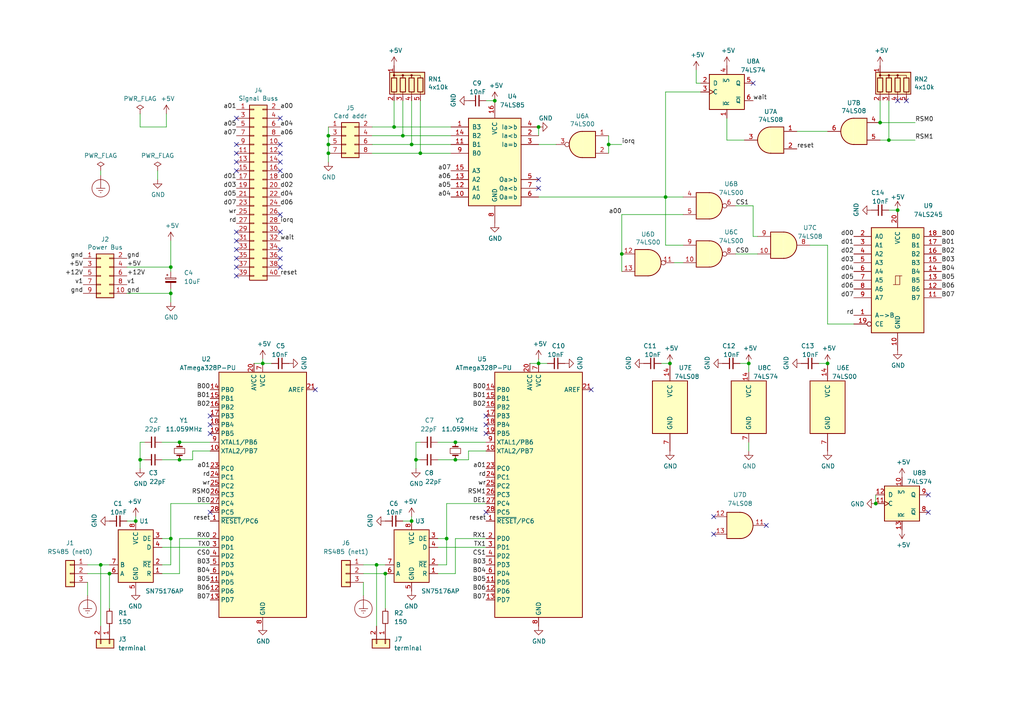
<source format=kicad_sch>
(kicad_sch (version 20211123) (generator eeschema)
  (paper "A4")
  (lib_symbols
    (symbol "74xx:74LS00" (pin_names (offset 1.016))
      (property "Reference" "U" (at 0 1.27 0))
      (property "Value" "74LS00" (at 0 -1.27 0))
      (symbol "74LS00_1_1"
        (pin input line (at -7.62 2.54 0) (length 3.81) (name "~") (number "1"))
        (pin input line (at -7.62 -2.54 0) (length 3.81) (name "~") (number "2"))
        (pin output inverted (at 7.62 0 180) (length 3.81) (name "~") (number "3"))
      )
      (symbol "74LS00_1_2"
        (pin input inverted (at -7.62 2.54 0) (length 4.318) (name "~") (number "1"))
        (pin input inverted (at -7.62 -2.54 0) (length 4.318) (name "~") (number "2"))
        (pin output line (at 7.62 0 180) (length 3.81) (name "~") (number "3"))
      )
      (symbol "74LS00_2_1"
        (pin input line (at -7.62 2.54 0) (length 3.81) (name "~") (number "4"))
        (pin input line (at -7.62 -2.54 0) (length 3.81) (name "~") (number "5"))
        (pin output inverted (at 7.62 0 180) (length 3.81) (name "~") (number "6"))
      )
      (symbol "74LS00_2_2"
        (pin input inverted (at -7.62 2.54 0) (length 4.318) (name "~") (number "4"))
        (pin input inverted (at -7.62 -2.54 0) (length 4.318) (name "~") (number "5"))
        (pin output line (at 7.62 0 180) (length 3.81) (name "~") (number "6"))
      )
      (symbol "74LS00_3_1"
        (pin input line (at -7.62 -2.54 0) (length 3.81) (name "~") (number "10"))
        (pin output inverted (at 7.62 0 180) (length 3.81) (name "~") (number "8"))
        (pin input line (at -7.62 2.54 0) (length 3.81) (name "~") (number "9"))
      )
      (symbol "74LS00_3_2"
        (pin input inverted (at -7.62 -2.54 0) (length 4.318) (name "~") (number "10"))
        (pin output line (at 7.62 0 180) (length 3.81) (name "~") (number "8"))
        (pin input inverted (at -7.62 2.54 0) (length 4.318) (name "~") (number "9"))
      )
      (symbol "74LS00_4_1"
        (pin output inverted (at 7.62 0 180) (length 3.81) (name "~") (number "11"))
        (pin input line (at -7.62 2.54 0) (length 3.81) (name "~") (number "12"))
        (pin input line (at -7.62 -2.54 0) (length 3.81) (name "~") (number "13"))
      )
      (symbol "74LS00_4_2"
        (pin output line (at 7.62 0 180) (length 3.81) (name "~") (number "11"))
        (pin input inverted (at -7.62 2.54 0) (length 4.318) (name "~") (number "12"))
        (pin input inverted (at -7.62 -2.54 0) (length 4.318) (name "~") (number "13"))
      )
      (symbol "74LS00_5_0"
        (pin power_in line (at 0 12.7 270) (length 5.08) (name "VCC") (number "14"))
        (pin power_in line (at 0 -12.7 90) (length 5.08) (name "GND") (number "7"))
      )
    )
    (symbol "74xx:74LS08" (pin_names (offset 1.016))
      (property "Reference" "U" (at 0 1.27 0))
      (property "Value" "74LS08" (at 0 -1.27 0))
      (symbol "74LS08_1_1"
        (pin input line (at -7.62 2.54 0) (length 3.81) (name "~") (number "1"))
        (pin input line (at -7.62 -2.54 0) (length 3.81) (name "~") (number "2"))
        (pin output line (at 7.62 0 180) (length 3.81) (name "~") (number "3"))
      )
      (symbol "74LS08_1_2"
        (pin input inverted (at -7.62 2.54 0) (length 4.318) (name "~") (number "1"))
        (pin input inverted (at -7.62 -2.54 0) (length 4.318) (name "~") (number "2"))
        (pin output inverted (at 7.62 0 180) (length 3.81) (name "~") (number "3"))
      )
      (symbol "74LS08_2_1"
        (pin input line (at -7.62 2.54 0) (length 3.81) (name "~") (number "4"))
        (pin input line (at -7.62 -2.54 0) (length 3.81) (name "~") (number "5"))
        (pin output line (at 7.62 0 180) (length 3.81) (name "~") (number "6"))
      )
      (symbol "74LS08_2_2"
        (pin input inverted (at -7.62 2.54 0) (length 4.318) (name "~") (number "4"))
        (pin input inverted (at -7.62 -2.54 0) (length 4.318) (name "~") (number "5"))
        (pin output inverted (at 7.62 0 180) (length 3.81) (name "~") (number "6"))
      )
      (symbol "74LS08_3_1"
        (pin input line (at -7.62 -2.54 0) (length 3.81) (name "~") (number "10"))
        (pin output line (at 7.62 0 180) (length 3.81) (name "~") (number "8"))
        (pin input line (at -7.62 2.54 0) (length 3.81) (name "~") (number "9"))
      )
      (symbol "74LS08_3_2"
        (pin input inverted (at -7.62 -2.54 0) (length 4.318) (name "~") (number "10"))
        (pin output inverted (at 7.62 0 180) (length 3.81) (name "~") (number "8"))
        (pin input inverted (at -7.62 2.54 0) (length 4.318) (name "~") (number "9"))
      )
      (symbol "74LS08_4_1"
        (pin output line (at 7.62 0 180) (length 3.81) (name "~") (number "11"))
        (pin input line (at -7.62 2.54 0) (length 3.81) (name "~") (number "12"))
        (pin input line (at -7.62 -2.54 0) (length 3.81) (name "~") (number "13"))
      )
      (symbol "74LS08_4_2"
        (pin output inverted (at 7.62 0 180) (length 3.81) (name "~") (number "11"))
        (pin input inverted (at -7.62 2.54 0) (length 4.318) (name "~") (number "12"))
        (pin input inverted (at -7.62 -2.54 0) (length 4.318) (name "~") (number "13"))
      )
      (symbol "74LS08_5_0"
        (pin power_in line (at 0 12.7 270) (length 5.08) (name "VCC") (number "14"))
        (pin power_in line (at 0 -12.7 90) (length 5.08) (name "GND") (number "7"))
      )
    )
    (symbol "74xx:74LS245" (pin_names (offset 1.016))
      (property "Reference" "U" (at -7.62 16.51 0))
      (property "Value" "74LS245" (at -7.62 -16.51 0))
      (symbol "74LS245_1_0"
        (pin input line (at -12.7 -10.16 0) (length 5.08) (name "A->B") (number "1"))
        (pin power_in line (at 0 -20.32 90) (length 5.08) (name "GND") (number "10"))
        (pin tri_state line (at 12.7 -5.08 180) (length 5.08) (name "B7") (number "11"))
        (pin tri_state line (at 12.7 -2.54 180) (length 5.08) (name "B6") (number "12"))
        (pin tri_state line (at 12.7 0 180) (length 5.08) (name "B5") (number "13"))
        (pin tri_state line (at 12.7 2.54 180) (length 5.08) (name "B4") (number "14"))
        (pin tri_state line (at 12.7 5.08 180) (length 5.08) (name "B3") (number "15"))
        (pin tri_state line (at 12.7 7.62 180) (length 5.08) (name "B2") (number "16"))
        (pin tri_state line (at 12.7 10.16 180) (length 5.08) (name "B1") (number "17"))
        (pin tri_state line (at 12.7 12.7 180) (length 5.08) (name "B0") (number "18"))
        (pin input inverted (at -12.7 -12.7 0) (length 5.08) (name "CE") (number "19"))
        (pin tri_state line (at -12.7 12.7 0) (length 5.08) (name "A0") (number "2"))
        (pin power_in line (at 0 20.32 270) (length 5.08) (name "VCC") (number "20"))
        (pin tri_state line (at -12.7 10.16 0) (length 5.08) (name "A1") (number "3"))
        (pin tri_state line (at -12.7 7.62 0) (length 5.08) (name "A2") (number "4"))
        (pin tri_state line (at -12.7 5.08 0) (length 5.08) (name "A3") (number "5"))
        (pin tri_state line (at -12.7 2.54 0) (length 5.08) (name "A4") (number "6"))
        (pin tri_state line (at -12.7 0 0) (length 5.08) (name "A5") (number "7"))
        (pin tri_state line (at -12.7 -2.54 0) (length 5.08) (name "A6") (number "8"))
        (pin tri_state line (at -12.7 -5.08 0) (length 5.08) (name "A7") (number "9"))
      )
    )
    (symbol "74xx:74LS74" (pin_names (offset 1.016))
      (property "Reference" "U" (at -7.62 8.89 0))
      (property "Value" "74LS74" (at -7.62 -8.89 0))
      (symbol "74LS74_1_0"
        (pin input line (at 0 -7.62 90) (length 2.54) (name "~{R}") (number "1"))
        (pin input line (at -7.62 2.54 0) (length 2.54) (name "D") (number "2"))
        (pin input clock (at -7.62 0 0) (length 2.54) (name "C") (number "3"))
        (pin input line (at 0 7.62 270) (length 2.54) (name "~{S}") (number "4"))
        (pin output line (at 7.62 2.54 180) (length 2.54) (name "Q") (number "5"))
        (pin output line (at 7.62 -2.54 180) (length 2.54) (name "~{Q}") (number "6"))
      )
      (symbol "74LS74_2_0"
        (pin input line (at 0 7.62 270) (length 2.54) (name "~{S}") (number "10"))
        (pin input clock (at -7.62 0 0) (length 2.54) (name "C") (number "11"))
        (pin input line (at -7.62 2.54 0) (length 2.54) (name "D") (number "12"))
        (pin input line (at 0 -7.62 90) (length 2.54) (name "~{R}") (number "13"))
        (pin output line (at 7.62 -2.54 180) (length 2.54) (name "~{Q}") (number "8"))
        (pin output line (at 7.62 2.54 180) (length 2.54) (name "Q") (number "9"))
      )
      (symbol "74LS74_3_0"
        (pin power_in line (at 0 10.16 270) (length 2.54) (name "VCC") (number "14"))
        (pin power_in line (at 0 -10.16 90) (length 2.54) (name "GND") (number "7"))
      )
    )
    (symbol "74xx:74LS85" (pin_names (offset 1.016))
      (property "Reference" "U" (at -7.62 13.97 0))
      (property "Value" "74LS85" (at -7.62 -13.97 0))
      (symbol "74LS85_1_0"
        (pin input line (at -12.7 10.16 0) (length 5.08) (name "B3") (number "1"))
        (pin input line (at -12.7 -10.16 0) (length 5.08) (name "A0") (number "10"))
        (pin input line (at -12.7 5.08 0) (length 5.08) (name "B1") (number "11"))
        (pin input line (at -12.7 -7.62 0) (length 5.08) (name "A1") (number "12"))
        (pin input line (at -12.7 -5.08 0) (length 5.08) (name "A2") (number "13"))
        (pin input line (at -12.7 7.62 0) (length 5.08) (name "B2") (number "14"))
        (pin input line (at -12.7 -2.54 0) (length 5.08) (name "A3") (number "15"))
        (pin power_in line (at 0 17.78 270) (length 5.08) (name "VCC") (number "16"))
        (pin input line (at 12.7 7.62 180) (length 5.08) (name "Ia<b") (number "2"))
        (pin input line (at 12.7 5.08 180) (length 5.08) (name "Ia=b") (number "3"))
        (pin input line (at 12.7 10.16 180) (length 5.08) (name "Ia>b") (number "4"))
        (pin output line (at 12.7 -5.08 180) (length 5.08) (name "Oa>b") (number "5"))
        (pin output line (at 12.7 -10.16 180) (length 5.08) (name "Oa=b") (number "6"))
        (pin output line (at 12.7 -7.62 180) (length 5.08) (name "Oa<b") (number "7"))
        (pin power_in line (at 0 -17.78 90) (length 5.08) (name "GND") (number "8"))
        (pin input line (at -12.7 2.54 0) (length 5.08) (name "B0") (number "9"))
      )
    )
    (symbol "Connector_Generic:Conn_01x02" (pin_names (offset 1.016) hide)
      (property "Reference" "J" (at 0 2.54 0))
      (property "Value" "Conn_01x02" (at 0 -5.08 0))
      (symbol "Conn_01x02_1_1"
        (pin passive line (at -5.08 0 0) (length 3.81) (name "Pin_1") (number "1"))
        (pin passive line (at -5.08 -2.54 0) (length 3.81) (name "Pin_2") (number "2"))
      )
    )
    (symbol "Connector_Generic:Conn_01x03" (pin_names (offset 1.016) hide)
      (property "Reference" "J" (at 0 5.08 0))
      (property "Value" "Conn_01x03" (at 0 -5.08 0))
      (symbol "Conn_01x03_1_1"
        (pin passive line (at -5.08 2.54 0) (length 3.81) (name "Pin_1") (number "1"))
        (pin passive line (at -5.08 0 0) (length 3.81) (name "Pin_2") (number "2"))
        (pin passive line (at -5.08 -2.54 0) (length 3.81) (name "Pin_3") (number "3"))
      )
    )
    (symbol "Connector_Generic:Conn_02x04_Odd_Even" (pin_names (offset 1.016) hide)
      (property "Reference" "J" (at 1.27 5.08 0))
      (property "Value" "Conn_02x04_Odd_Even" (at 1.27 -7.62 0))
      (symbol "Conn_02x04_Odd_Even_1_1"
        (pin passive line (at -5.08 2.54 0) (length 3.81) (name "Pin_1") (number "1"))
        (pin passive line (at 7.62 2.54 180) (length 3.81) (name "Pin_2") (number "2"))
        (pin passive line (at -5.08 0 0) (length 3.81) (name "Pin_3") (number "3"))
        (pin passive line (at 7.62 0 180) (length 3.81) (name "Pin_4") (number "4"))
        (pin passive line (at -5.08 -2.54 0) (length 3.81) (name "Pin_5") (number "5"))
        (pin passive line (at 7.62 -2.54 180) (length 3.81) (name "Pin_6") (number "6"))
        (pin passive line (at -5.08 -5.08 0) (length 3.81) (name "Pin_7") (number "7"))
        (pin passive line (at 7.62 -5.08 180) (length 3.81) (name "Pin_8") (number "8"))
      )
    )
    (symbol "Connector_Generic:Conn_02x05_Odd_Even" (pin_names (offset 1.016) hide)
      (property "Reference" "J" (at 1.27 7.62 0))
      (property "Value" "Conn_02x05_Odd_Even" (at 1.27 -7.62 0))
      (symbol "Conn_02x05_Odd_Even_1_1"
        (pin passive line (at -5.08 5.08 0) (length 3.81) (name "Pin_1") (number "1"))
        (pin passive line (at 7.62 -5.08 180) (length 3.81) (name "Pin_10") (number "10"))
        (pin passive line (at 7.62 5.08 180) (length 3.81) (name "Pin_2") (number "2"))
        (pin passive line (at -5.08 2.54 0) (length 3.81) (name "Pin_3") (number "3"))
        (pin passive line (at 7.62 2.54 180) (length 3.81) (name "Pin_4") (number "4"))
        (pin passive line (at -5.08 0 0) (length 3.81) (name "Pin_5") (number "5"))
        (pin passive line (at 7.62 0 180) (length 3.81) (name "Pin_6") (number "6"))
        (pin passive line (at -5.08 -2.54 0) (length 3.81) (name "Pin_7") (number "7"))
        (pin passive line (at 7.62 -2.54 180) (length 3.81) (name "Pin_8") (number "8"))
        (pin passive line (at -5.08 -5.08 0) (length 3.81) (name "Pin_9") (number "9"))
      )
    )
    (symbol "Connector_Generic:Conn_02x20_Odd_Even" (pin_names (offset 1.016) hide)
      (property "Reference" "J" (at 1.27 25.4 0))
      (property "Value" "Conn_02x20_Odd_Even" (at 1.27 -27.94 0))
      (symbol "Conn_02x20_Odd_Even_1_1"
        (pin passive line (at -5.08 22.86 0) (length 3.81) (name "Pin_1") (number "1"))
        (pin passive line (at 7.62 12.7 180) (length 3.81) (name "Pin_10") (number "10"))
        (pin passive line (at -5.08 10.16 0) (length 3.81) (name "Pin_11") (number "11"))
        (pin passive line (at 7.62 10.16 180) (length 3.81) (name "Pin_12") (number "12"))
        (pin passive line (at -5.08 7.62 0) (length 3.81) (name "Pin_13") (number "13"))
        (pin passive line (at 7.62 7.62 180) (length 3.81) (name "Pin_14") (number "14"))
        (pin passive line (at -5.08 5.08 0) (length 3.81) (name "Pin_15") (number "15"))
        (pin passive line (at 7.62 5.08 180) (length 3.81) (name "Pin_16") (number "16"))
        (pin passive line (at -5.08 2.54 0) (length 3.81) (name "Pin_17") (number "17"))
        (pin passive line (at 7.62 2.54 180) (length 3.81) (name "Pin_18") (number "18"))
        (pin passive line (at -5.08 0 0) (length 3.81) (name "Pin_19") (number "19"))
        (pin passive line (at 7.62 22.86 180) (length 3.81) (name "Pin_2") (number "2"))
        (pin passive line (at 7.62 0 180) (length 3.81) (name "Pin_20") (number "20"))
        (pin passive line (at -5.08 -2.54 0) (length 3.81) (name "Pin_21") (number "21"))
        (pin passive line (at 7.62 -2.54 180) (length 3.81) (name "Pin_22") (number "22"))
        (pin passive line (at -5.08 -5.08 0) (length 3.81) (name "Pin_23") (number "23"))
        (pin passive line (at 7.62 -5.08 180) (length 3.81) (name "Pin_24") (number "24"))
        (pin passive line (at -5.08 -7.62 0) (length 3.81) (name "Pin_25") (number "25"))
        (pin passive line (at 7.62 -7.62 180) (length 3.81) (name "Pin_26") (number "26"))
        (pin passive line (at -5.08 -10.16 0) (length 3.81) (name "Pin_27") (number "27"))
        (pin passive line (at 7.62 -10.16 180) (length 3.81) (name "Pin_28") (number "28"))
        (pin passive line (at -5.08 -12.7 0) (length 3.81) (name "Pin_29") (number "29"))
        (pin passive line (at -5.08 20.32 0) (length 3.81) (name "Pin_3") (number "3"))
        (pin passive line (at 7.62 -12.7 180) (length 3.81) (name "Pin_30") (number "30"))
        (pin passive line (at -5.08 -15.24 0) (length 3.81) (name "Pin_31") (number "31"))
        (pin passive line (at 7.62 -15.24 180) (length 3.81) (name "Pin_32") (number "32"))
        (pin passive line (at -5.08 -17.78 0) (length 3.81) (name "Pin_33") (number "33"))
        (pin passive line (at 7.62 -17.78 180) (length 3.81) (name "Pin_34") (number "34"))
        (pin passive line (at -5.08 -20.32 0) (length 3.81) (name "Pin_35") (number "35"))
        (pin passive line (at 7.62 -20.32 180) (length 3.81) (name "Pin_36") (number "36"))
        (pin passive line (at -5.08 -22.86 0) (length 3.81) (name "Pin_37") (number "37"))
        (pin passive line (at 7.62 -22.86 180) (length 3.81) (name "Pin_38") (number "38"))
        (pin passive line (at -5.08 -25.4 0) (length 3.81) (name "Pin_39") (number "39"))
        (pin passive line (at 7.62 20.32 180) (length 3.81) (name "Pin_4") (number "4"))
        (pin passive line (at 7.62 -25.4 180) (length 3.81) (name "Pin_40") (number "40"))
        (pin passive line (at -5.08 17.78 0) (length 3.81) (name "Pin_5") (number "5"))
        (pin passive line (at 7.62 17.78 180) (length 3.81) (name "Pin_6") (number "6"))
        (pin passive line (at -5.08 15.24 0) (length 3.81) (name "Pin_7") (number "7"))
        (pin passive line (at 7.62 15.24 180) (length 3.81) (name "Pin_8") (number "8"))
        (pin passive line (at -5.08 12.7 0) (length 3.81) (name "Pin_9") (number "9"))
      )
    )
    (symbol "Device:C_Polarized_Small" (pin_numbers hide) (pin_names (offset 0.254) hide)
      (property "Reference" "C" (at 0.254 1.778 0))
      (property "Value" "C_Polarized_Small" (at 0.254 -2.032 0))
      (symbol "C_Polarized_Small_1_1"
        (pin passive line (at 0 2.54 270) (length 1.8542) (name "~") (number "1"))
        (pin passive line (at 0 -2.54 90) (length 1.8542) (name "~") (number "2"))
      )
    )
    (symbol "Device:C_Small" (pin_numbers hide) (pin_names (offset 0.254) hide)
      (property "Reference" "C" (at 0.254 1.778 0))
      (property "Value" "C_Small" (at 0.254 -2.032 0))
      (symbol "C_Small_1_1"
        (pin passive line (at 0 2.54 270) (length 2.032) (name "~") (number "1"))
        (pin passive line (at 0 -2.54 90) (length 2.032) (name "~") (number "2"))
      )
    )
    (symbol "Device:Crystal_Small" (pin_numbers hide) (pin_names (offset 1.016) hide)
      (property "Reference" "Y" (at 0 2.54 0))
      (property "Value" "Crystal_Small" (at 0 -2.54 0))
      (symbol "Crystal_Small_1_1"
        (pin passive line (at -2.54 0 0) (length 1.27) (name "1") (number "1"))
        (pin passive line (at 2.54 0 180) (length 1.27) (name "2") (number "2"))
      )
    )
    (symbol "Device:R_Network04" (pin_names (offset 0) hide)
      (property "Reference" "RN" (at -7.62 0 90))
      (property "Value" "R_Network04" (at 5.08 0 90))
      (symbol "R_Network04_1_1"
        (pin passive line (at -5.08 5.08 270) (length 2.54) (name "common") (number "1"))
        (pin passive line (at -5.08 -5.08 90) (length 1.27) (name "R1") (number "2"))
        (pin passive line (at -2.54 -5.08 90) (length 1.27) (name "R2") (number "3"))
        (pin passive line (at 0 -5.08 90) (length 1.27) (name "R3") (number "4"))
        (pin passive line (at 2.54 -5.08 90) (length 1.27) (name "R4") (number "5"))
      )
    )
    (symbol "Device:R_Small" (pin_numbers hide) (pin_names (offset 0.254) hide)
      (property "Reference" "R" (at 0.762 0.508 0))
      (property "Value" "R_Small" (at 0.762 -1.016 0))
      (symbol "R_Small_1_1"
        (pin passive line (at 0 2.54 270) (length 0.762) (name "~") (number "1"))
        (pin passive line (at 0 -2.54 90) (length 0.762) (name "~") (number "2"))
      )
    )
    (symbol "Interface_UART:SN75176AP"
      (property "Reference" "U" (at -4.318 8.89 0))
      (property "Value" "SN75176AP" (at 1.016 8.89 0))
      (symbol "SN75176AP_1_1"
        (pin output line (at -7.62 -5.08 0) (length 2.54) (name "R") (number "1"))
        (pin input line (at -7.62 -2.54 0) (length 2.54) (name "~{RE}") (number "2"))
        (pin input line (at -7.62 5.08 0) (length 2.54) (name "DE") (number "3"))
        (pin input line (at -7.62 2.54 0) (length 2.54) (name "D") (number "4"))
        (pin power_in line (at 0 -10.16 90) (length 2.54) (name "GND") (number "5"))
        (pin bidirectional line (at 7.62 -5.08 180) (length 2.54) (name "A") (number "6"))
        (pin bidirectional line (at 7.62 -2.54 180) (length 2.54) (name "B") (number "7"))
        (pin power_in line (at 0 10.16 270) (length 2.54) (name "VCC") (number "8"))
      )
    )
    (symbol "TTY-rescue:ATmega328P-PU-MCU_Microchip_ATmega"
      (property "Reference" "U" (at -12.7 36.83 0))
      (property "Value" "ATmega328P-PU-MCU_Microchip_ATmega" (at 2.54 -36.83 0))
      (symbol "ATmega328P-PU-MCU_Microchip_ATmega_1_1"
        (pin bidirectional line (at 15.24 -7.62 180) (length 2.54) (name "~{RESET}/PC6") (number "1"))
        (pin bidirectional line (at 15.24 12.7 180) (length 2.54) (name "XTAL2/PB7") (number "10"))
        (pin bidirectional line (at 15.24 -25.4 180) (length 2.54) (name "PD5") (number "11"))
        (pin bidirectional line (at 15.24 -27.94 180) (length 2.54) (name "PD6") (number "12"))
        (pin bidirectional line (at 15.24 -30.48 180) (length 2.54) (name "PD7") (number "13"))
        (pin bidirectional line (at 15.24 30.48 180) (length 2.54) (name "PB0") (number "14"))
        (pin bidirectional line (at 15.24 27.94 180) (length 2.54) (name "PB1") (number "15"))
        (pin bidirectional line (at 15.24 25.4 180) (length 2.54) (name "PB2") (number "16"))
        (pin bidirectional line (at 15.24 22.86 180) (length 2.54) (name "PB3") (number "17"))
        (pin bidirectional line (at 15.24 20.32 180) (length 2.54) (name "PB4") (number "18"))
        (pin bidirectional line (at 15.24 17.78 180) (length 2.54) (name "PB5") (number "19"))
        (pin bidirectional line (at 15.24 -12.7 180) (length 2.54) (name "PD0") (number "2"))
        (pin power_in line (at 2.54 38.1 270) (length 2.54) (name "AVCC") (number "20"))
        (pin passive line (at -15.24 30.48 0) (length 2.54) (name "AREF") (number "21"))
        (pin passive line (at 0 -38.1 90) (length 2.54) hide (name "GND") (number "22"))
        (pin bidirectional line (at 15.24 7.62 180) (length 2.54) (name "PC0") (number "23"))
        (pin bidirectional line (at 15.24 5.08 180) (length 2.54) (name "PC1") (number "24"))
        (pin bidirectional line (at 15.24 2.54 180) (length 2.54) (name "PC2") (number "25"))
        (pin bidirectional line (at 15.24 0 180) (length 2.54) (name "PC3") (number "26"))
        (pin bidirectional line (at 15.24 -2.54 180) (length 2.54) (name "PC4") (number "27"))
        (pin bidirectional line (at 15.24 -5.08 180) (length 2.54) (name "PC5") (number "28"))
        (pin bidirectional line (at 15.24 -15.24 180) (length 2.54) (name "PD1") (number "3"))
        (pin bidirectional line (at 15.24 -17.78 180) (length 2.54) (name "PD2") (number "4"))
        (pin bidirectional line (at 15.24 -20.32 180) (length 2.54) (name "PD3") (number "5"))
        (pin bidirectional line (at 15.24 -22.86 180) (length 2.54) (name "PD4") (number "6"))
        (pin power_in line (at 0 38.1 270) (length 2.54) (name "VCC") (number "7"))
        (pin power_in line (at 0 -38.1 90) (length 2.54) (name "GND") (number "8"))
        (pin bidirectional line (at 15.24 15.24 180) (length 2.54) (name "XTAL1/PB6") (number "9"))
      )
    )
    (symbol "power:+5V" (power) (pin_names (offset 0))
      (property "Value" "+5V" (at 0 3.556 0))
      (symbol "+5V_1_1"
        (pin power_in line (at 0 0 90) (length 0) hide (name "+5V") (number "1"))
      )
    )
    (symbol "power:Earth_Protective" (power) (pin_names (offset 0))
      (symbol "Earth_Protective_1_1"
        (pin power_in line (at 0 0 270) (length 0) hide (name "Earth_Protective") (number "1"))
      )
    )
    (symbol "power:GND" (power) (pin_names (offset 0))
      (property "Value" "GND" (at 0 -3.81 0))
      (symbol "GND_1_1"
        (pin power_in line (at 0 0 270) (length 0) hide (name "GND") (number "1"))
      )
    )
    (symbol "power:PWR_FLAG" (power) (pin_numbers hide) (pin_names (offset 0) hide)
      (property "Value" "PWR_FLAG" (at 0 3.81 0))
      (symbol "PWR_FLAG_0_0"
        (pin power_out line (at 0 0 90) (length 0) (name "pwr") (number "1"))
      )
    )
  )
  (junction (at 95.25 39.37))
  (junction (at 109.22 163.83))
  (junction (at 31.75 166.37))
  (junction (at 111.76 166.37))
  (junction (at 255.27 35.56))
  (junction (at 114.3 36.83))
  (junction (at 49.53 85.09))
  (junction (at 49.53 156.21))
  (junction (at 76.2 105.41))
  (junction (at 116.84 39.37))
  (junction (at 176.53 41.91))
  (junction (at 240.03 105.41))
  (junction (at 121.92 44.45))
  (junction (at 143.51 29.21))
  (junction (at 260.35 60.96))
  (junction (at 52.07 133.35))
  (junction (at 193.04 57.15))
  (junction (at 129.54 156.21))
  (junction (at 40.64 133.35))
  (junction (at 39.37 151.13))
  (junction (at 180.34 73.66))
  (junction (at 217.17 105.41))
  (junction (at 95.25 44.45))
  (junction (at 194.31 105.41))
  (junction (at 52.07 128.27))
  (junction (at 254 146.05))
  (junction (at 49.53 77.47))
  (junction (at 119.38 41.91))
  (junction (at 257.81 40.64))
  (junction (at 119.38 151.13))
  (junction (at 156.21 36.83))
  (junction (at 120.65 133.35))
  (junction (at 29.21 163.83))
  (junction (at 132.08 133.35))
  (junction (at 132.08 128.27))
  (junction (at 156.21 105.41))
  (junction (at 95.25 41.91))
  (no_connect (at 81.28 72.39))
  (no_connect (at 60.96 123.19))
  (no_connect (at 269.24 148.59))
  (no_connect (at 68.58 80.01))
  (no_connect (at 68.58 74.93))
  (no_connect (at 68.58 34.29))
  (no_connect (at 81.28 67.31))
  (no_connect (at 81.28 46.99))
  (no_connect (at 68.58 77.47))
  (no_connect (at 68.58 49.53))
  (no_connect (at 140.97 120.65))
  (no_connect (at 156.21 54.61))
  (no_connect (at 81.28 34.29))
  (no_connect (at 218.44 24.13))
  (no_connect (at 68.58 69.85))
  (no_connect (at 81.28 44.45))
  (no_connect (at 68.58 46.99))
  (no_connect (at 68.58 44.45))
  (no_connect (at 60.96 148.59))
  (no_connect (at 140.97 125.73))
  (no_connect (at 60.96 125.73))
  (no_connect (at 81.28 62.23))
  (no_connect (at 91.44 113.03))
  (no_connect (at 156.21 52.07))
  (no_connect (at 260.35 29.21))
  (no_connect (at 269.24 143.51))
  (no_connect (at 222.25 152.4))
  (no_connect (at 207.01 154.94))
  (no_connect (at 207.01 149.86))
  (no_connect (at 171.45 113.03))
  (no_connect (at 68.58 41.91))
  (no_connect (at 140.97 123.19))
  (no_connect (at 140.97 148.59))
  (no_connect (at 262.89 29.21))
  (no_connect (at 81.28 49.53))
  (no_connect (at 81.28 77.47))
  (no_connect (at 68.58 67.31))
  (no_connect (at 60.96 120.65))
  (no_connect (at 81.28 74.93))
  (no_connect (at 81.28 41.91))
  (no_connect (at 68.58 72.39))
  (wire (pts (xy 210.82 40.64) (xy 210.82 34.29)))
  (wire (pts (xy 48.26 36.83) (xy 48.26 33.02)))
  (wire (pts (xy 240.03 105.41) (xy 237.49 105.41)))
  (wire (pts (xy 176.53 39.37) (xy 176.53 41.91)))
  (wire (pts (xy 215.9 40.64) (xy 210.82 40.64)))
  (wire (pts (xy 180.34 62.23) (xy 180.34 73.66)))
  (wire (pts (xy 127 133.35) (xy 132.08 133.35)))
  (wire (pts (xy 247.65 93.98) (xy 240.03 93.98)))
  (wire (pts (xy 46.99 133.35) (xy 52.07 133.35)))
  (wire (pts (xy 52.07 128.27) (xy 60.96 128.27)))
  (wire (pts (xy 195.58 76.2) (xy 198.12 76.2)))
  (wire (pts (xy 116.84 29.21) (xy 116.84 39.37)))
  (wire (pts (xy 203.2 24.13) (xy 201.93 24.13)))
  (wire (pts (xy 107.95 41.91) (xy 119.38 41.91)))
  (wire (pts (xy 129.54 156.21) (xy 129.54 163.83)))
  (wire (pts (xy 130.81 39.37) (xy 116.84 39.37)))
  (wire (pts (xy 95.25 44.45) (xy 95.25 46.99)))
  (wire (pts (xy 132.08 133.35) (xy 135.89 133.35)))
  (wire (pts (xy 203.2 26.67) (xy 193.04 26.67)))
  (wire (pts (xy 46.99 158.75) (xy 60.96 158.75)))
  (wire (pts (xy 49.53 156.21) (xy 49.53 163.83)))
  (wire (pts (xy 156.21 57.15) (xy 193.04 57.15)))
  (wire (pts (xy 105.41 168.91) (xy 105.41 172.72)))
  (wire (pts (xy 60.96 146.05) (xy 49.53 146.05)))
  (wire (pts (xy 135.89 133.35) (xy 135.89 130.81)))
  (wire (pts (xy 55.88 130.81) (xy 60.96 130.81)))
  (wire (pts (xy 120.65 133.35) (xy 121.92 133.35)))
  (wire (pts (xy 40.64 36.83) (xy 48.26 36.83)))
  (wire (pts (xy 153.67 105.41) (xy 156.21 105.41)))
  (wire (pts (xy 176.53 41.91) (xy 180.34 41.91)))
  (wire (pts (xy 260.35 60.96) (xy 257.81 60.96)))
  (wire (pts (xy 29.21 163.83) (xy 29.21 181.61)))
  (wire (pts (xy 52.07 156.21) (xy 60.96 156.21)))
  (wire (pts (xy 240.03 71.12) (xy 240.03 93.98)))
  (wire (pts (xy 176.53 41.91) (xy 176.53 44.45)))
  (wire (pts (xy 114.3 36.83) (xy 130.81 36.83)))
  (wire (pts (xy 130.81 44.45) (xy 121.92 44.45)))
  (wire (pts (xy 73.66 105.41) (xy 76.2 105.41)))
  (wire (pts (xy 49.53 146.05) (xy 49.53 156.21)))
  (wire (pts (xy 121.92 128.27) (xy 120.65 128.27)))
  (wire (pts (xy 46.99 128.27) (xy 52.07 128.27)))
  (wire (pts (xy 40.64 133.35) (xy 41.91 133.35)))
  (wire (pts (xy 201.93 24.13) (xy 201.93 20.32)))
  (wire (pts (xy 213.36 59.69) (xy 218.44 59.69)))
  (wire (pts (xy 49.53 163.83) (xy 46.99 163.83)))
  (wire (pts (xy 180.34 73.66) (xy 180.34 78.74)))
  (wire (pts (xy 156.21 105.41) (xy 158.75 105.41)))
  (wire (pts (xy 156.21 41.91) (xy 161.29 41.91)))
  (wire (pts (xy 213.36 73.66) (xy 219.71 73.66)))
  (wire (pts (xy 217.17 105.41) (xy 217.17 107.95)))
  (wire (pts (xy 217.17 105.41) (xy 214.63 105.41)))
  (wire (pts (xy 119.38 149.86) (xy 119.38 151.13)))
  (wire (pts (xy 46.99 166.37) (xy 52.07 166.37)))
  (wire (pts (xy 129.54 146.05) (xy 129.54 156.21)))
  (wire (pts (xy 76.2 105.41) (xy 78.74 105.41)))
  (wire (pts (xy 39.37 151.13) (xy 36.83 151.13)))
  (wire (pts (xy 194.31 105.41) (xy 191.77 105.41)))
  (wire (pts (xy 127 166.37) (xy 132.08 166.37)))
  (wire (pts (xy 234.95 71.12) (xy 240.03 71.12)))
  (wire (pts (xy 132.08 156.21) (xy 140.97 156.21)))
  (wire (pts (xy 127 158.75) (xy 140.97 158.75)))
  (wire (pts (xy 127 128.27) (xy 132.08 128.27)))
  (wire (pts (xy 95.25 36.83) (xy 95.25 39.37)))
  (wire (pts (xy 41.91 128.27) (xy 40.64 128.27)))
  (wire (pts (xy 46.99 156.21) (xy 49.53 156.21)))
  (wire (pts (xy 255.27 35.56) (xy 265.43 35.56)))
  (wire (pts (xy 109.22 163.83) (xy 109.22 181.61)))
  (wire (pts (xy 121.92 44.45) (xy 107.95 44.45)))
  (wire (pts (xy 198.12 57.15) (xy 193.04 57.15)))
  (wire (pts (xy 31.75 166.37) (xy 31.75 176.53)))
  (wire (pts (xy 231.14 38.1) (xy 240.03 38.1)))
  (wire (pts (xy 95.25 41.91) (xy 95.25 44.45)))
  (wire (pts (xy 49.53 69.85) (xy 49.53 77.47)))
  (wire (pts (xy 255.27 40.64) (xy 257.81 40.64)))
  (wire (pts (xy 39.37 149.86) (xy 39.37 151.13)))
  (wire (pts (xy 156.21 104.14) (xy 156.21 105.41)))
  (wire (pts (xy 140.97 146.05) (xy 129.54 146.05)))
  (wire (pts (xy 135.89 130.81) (xy 140.97 130.81)))
  (wire (pts (xy 254 143.51) (xy 254 146.05)))
  (wire (pts (xy 156.21 39.37) (xy 156.21 36.83)))
  (wire (pts (xy 255.27 29.21) (xy 255.27 35.56)))
  (wire (pts (xy 49.53 85.09) (xy 36.83 85.09)))
  (wire (pts (xy 257.81 29.21) (xy 257.81 40.64)))
  (wire (pts (xy 257.81 40.64) (xy 265.43 40.64)))
  (wire (pts (xy 217.17 128.27) (xy 217.17 130.81)))
  (wire (pts (xy 219.71 68.58) (xy 218.44 68.58)))
  (wire (pts (xy 119.38 151.13) (xy 116.84 151.13)))
  (wire (pts (xy 55.88 133.35) (xy 55.88 130.81)))
  (wire (pts (xy 40.64 128.27) (xy 40.64 133.35)))
  (wire (pts (xy 129.54 163.83) (xy 127 163.83)))
  (wire (pts (xy 107.95 36.83) (xy 114.3 36.83)))
  (wire (pts (xy 49.53 77.47) (xy 49.53 78.74)))
  (wire (pts (xy 40.64 33.02) (xy 40.64 36.83)))
  (wire (pts (xy 105.41 166.37) (xy 111.76 166.37)))
  (wire (pts (xy 25.4 166.37) (xy 31.75 166.37)))
  (wire (pts (xy 109.22 163.83) (xy 111.76 163.83)))
  (wire (pts (xy 198.12 71.12) (xy 193.04 71.12)))
  (wire (pts (xy 132.08 156.21) (xy 132.08 166.37)))
  (wire (pts (xy 116.84 39.37) (xy 107.95 39.37)))
  (wire (pts (xy 119.38 41.91) (xy 130.81 41.91)))
  (wire (pts (xy 143.51 29.21) (xy 140.97 29.21)))
  (wire (pts (xy 25.4 163.83) (xy 29.21 163.83)))
  (wire (pts (xy 45.72 49.53) (xy 45.72 52.07)))
  (wire (pts (xy 76.2 104.14) (xy 76.2 105.41)))
  (wire (pts (xy 52.07 156.21) (xy 52.07 166.37)))
  (wire (pts (xy 95.25 39.37) (xy 95.25 41.91)))
  (wire (pts (xy 120.65 133.35) (xy 120.65 135.89)))
  (wire (pts (xy 40.64 133.35) (xy 40.64 135.89)))
  (wire (pts (xy 193.04 26.67) (xy 193.04 57.15)))
  (wire (pts (xy 132.08 128.27) (xy 140.97 128.27)))
  (wire (pts (xy 120.65 128.27) (xy 120.65 133.35)))
  (wire (pts (xy 198.12 62.23) (xy 180.34 62.23)))
  (wire (pts (xy 218.44 68.58) (xy 218.44 59.69)))
  (wire (pts (xy 29.21 49.53) (xy 29.21 50.8)))
  (wire (pts (xy 49.53 83.82) (xy 49.53 85.09)))
  (wire (pts (xy 119.38 29.21) (xy 119.38 41.91)))
  (wire (pts (xy 49.53 87.63) (xy 49.53 85.09)))
  (wire (pts (xy 121.92 29.21) (xy 121.92 44.45)))
  (wire (pts (xy 29.21 163.83) (xy 31.75 163.83)))
  (wire (pts (xy 127 156.21) (xy 129.54 156.21)))
  (wire (pts (xy 193.04 57.15) (xy 193.04 71.12)))
  (wire (pts (xy 49.53 77.47) (xy 36.83 77.47)))
  (wire (pts (xy 25.4 168.91) (xy 25.4 172.72)))
  (wire (pts (xy 111.76 166.37) (xy 111.76 176.53)))
  (wire (pts (xy 105.41 163.83) (xy 109.22 163.83)))
  (wire (pts (xy 114.3 29.21) (xy 114.3 36.83)))
  (wire (pts (xy 52.07 133.35) (xy 55.88 133.35)))
  (label "RSM1" (at 265.43 40.64 0))
  (label "B01" (at 140.97 115.57 180))
  (label "d00" (at 81.28 52.07 0))
  (label "a01" (at 68.58 31.75 180))
  (label "B02" (at 60.96 118.11 180))
  (label "B07" (at 273.05 86.36 0))
  (label "a06" (at 81.28 39.37 0))
  (label "reset" (at 60.96 151.13 180))
  (label "B03" (at 60.96 163.83 180))
  (label "reset" (at 140.97 151.13 180))
  (label "TX0" (at 60.96 158.75 180))
  (label "RSM1" (at 140.97 143.51 180))
  (label "B02" (at 140.97 118.11 180))
  (label "rd" (at 68.58 64.77 180))
  (label "DE1" (at 140.97 146.05 180))
  (label "B01" (at 60.96 115.57 180))
  (label "CS1" (at 213.36 59.69 0))
  (label "d06" (at 247.65 83.82 180))
  (label "wr" (at 60.96 140.97 180))
  (label "gnd" (at 24.13 74.93 180))
  (label "a01" (at 140.97 135.89 180))
  (label "iorq" (at 81.28 64.77 0))
  (label "v1" (at 36.83 82.55 0))
  (label "B05" (at 140.97 168.91 180))
  (label "B03" (at 140.97 163.83 180))
  (label "d02" (at 81.28 54.61 0))
  (label "a05" (at 68.58 36.83 180))
  (label "B06" (at 273.05 83.82 0))
  (label "a01" (at 60.96 135.89 180))
  (label "+5V" (at 24.13 77.47 180))
  (label "rd" (at 140.97 138.43 180))
  (label "RX0" (at 60.96 156.21 180))
  (label "B04" (at 273.05 78.74 0))
  (label "d04" (at 247.65 78.74 180))
  (label "B07" (at 140.97 173.99 180))
  (label "d01" (at 68.58 52.07 180))
  (label "B02" (at 273.05 73.66 0))
  (label "reset" (at 81.28 80.01 0))
  (label "a07" (at 130.81 49.53 180))
  (label "RSM0" (at 60.96 143.51 180))
  (label "wait" (at 81.28 69.85 0))
  (label "B00" (at 273.05 68.58 0))
  (label "a06" (at 130.81 52.07 180))
  (label "+5V" (at 36.83 77.47 0))
  (label "d01" (at 247.65 71.12 180))
  (label "a04" (at 81.28 36.83 0))
  (label "+12V" (at 36.83 80.01 0))
  (label "wr" (at 68.58 62.23 180))
  (label "v1" (at 24.13 82.55 180))
  (label "wait" (at 218.44 29.21 0))
  (label "a07" (at 68.58 39.37 180))
  (label "rd" (at 60.96 138.43 180))
  (label "a04" (at 130.81 57.15 180))
  (label "d05" (at 68.58 57.15 180))
  (label "iorq" (at 180.34 41.91 0))
  (label "B04" (at 140.97 166.37 180))
  (label "reset" (at 231.14 43.18 0))
  (label "B05" (at 60.96 168.91 180))
  (label "d03" (at 247.65 76.2 180))
  (label "RSM0" (at 265.43 35.56 0))
  (label "DE0" (at 60.96 146.05 180))
  (label "d05" (at 247.65 81.28 180))
  (label "B05" (at 273.05 81.28 0))
  (label "B00" (at 140.97 113.03 180))
  (label "TX1" (at 140.97 158.75 180))
  (label "RX1" (at 140.97 156.21 180))
  (label "B06" (at 60.96 171.45 180))
  (label "gnd" (at 24.13 85.09 180))
  (label "a00" (at 180.34 62.23 180))
  (label "d06" (at 81.28 59.69 0))
  (label "wr" (at 140.97 140.97 180))
  (label "d04" (at 81.28 57.15 0))
  (label "gnd" (at 36.83 85.09 0))
  (label "d00" (at 247.65 68.58 180))
  (label "d07" (at 68.58 59.69 180))
  (label "B06" (at 140.97 171.45 180))
  (label "CS1" (at 140.97 161.29 180))
  (label "rd" (at 247.65 91.44 180))
  (label "a00" (at 81.28 31.75 0))
  (label "d02" (at 247.65 73.66 180))
  (label "B07" (at 60.96 173.99 180))
  (label "a05" (at 130.81 54.61 180))
  (label "B01" (at 273.05 71.12 0))
  (label "CS0" (at 213.36 73.66 0))
  (label "+12V" (at 24.13 80.01 180))
  (label "d07" (at 247.65 86.36 180))
  (label "gnd" (at 36.83 74.93 0))
  (label "B04" (at 60.96 166.37 180))
  (label "d03" (at 68.58 54.61 180))
  (label "B00" (at 60.96 113.03 180))
  (label "CS0" (at 60.96 161.29 180))
  (label "B03" (at 273.05 76.2 0))
  (symbol (lib_id "power:GND") (at 120.65 135.89 0) (unit 1)
    (property "Reference" "#PWR020" (effects hide))
    (property "Value" "GND" (at 120.777 140.2842 0))
  )
  (symbol (lib_id "power:+5V") (at 114.3 19.05 0) (unit 1)
    (property "Reference" "#PWR017" (effects hide))
    (property "Value" "+5V" (at 114.681 14.6558 0))
  )
  (symbol (lib_id "power:Earth_Protective") (at 29.21 50.8 0) (unit 1)
    (property "Reference" "#PWR02" (effects hide))
    (property "Value" "Earth_Protective" (effects hide))
  )
  (symbol (lib_id "power:GND") (at 49.53 87.63 0) (unit 1)
    (property "Reference" "#PWR010" (effects hide))
    (property "Value" "GND" (at 49.657 92.0242 0))
  )
  (symbol (lib_id "power:GND") (at 194.31 130.81 0) (unit 1)
    (property "Reference" "#PWR030" (effects hide))
    (property "Value" "GND" (at 194.437 135.2042 0))
  )
  (symbol (lib_id "power:GND") (at 156.21 36.83 90) (unit 1)
    (property "Reference" "#PWR024" (effects hide))
    (property "Value" "GND" (at 156.21 34.29 90) (effects (justify right)))
  )
  (symbol (lib_id "power:GND") (at 240.03 130.81 0) (unit 1)
    (property "Reference" "#PWR038" (effects hide))
    (property "Value" "GND" (at 240.157 135.2042 0))
  )
  (symbol (lib_id "power:GND") (at 76.2 181.61 0) (unit 1)
    (property "Reference" "#PWR012" (effects hide))
    (property "Value" "GND" (at 76.327 186.0042 0))
  )
  (symbol (lib_id "Interface_UART:SN75176AP") (at 119.38 161.29 0) (mirror y) (unit 1)
    (property "Reference" "U3" (at 123.19 151.13 0) (effects (justify left)))
    (property "Value" "SN75176AP" (at 133.35 171.45 0) (effects (justify left)))
    (property "Footprint" "Package_DIP:DIP-8_W7.62mm" (effects hide))
    (property "Datasheet" "http://www.ti.com/lit/ds/symlink/sn75176a.pdf" (effects hide))
  )
  (symbol (lib_id "power:GND") (at 209.55 105.41 270) (mirror x) (unit 1)
    (property "Reference" "#PWR032" (effects hide))
    (property "Value" "GND" (at 205.1558 105.283 0))
  )
  (symbol (lib_id "power:GND") (at 39.37 171.45 0) (mirror y) (unit 1)
    (property "Reference" "#PWR05" (effects hide))
    (property "Value" "GND" (at 39.243 175.8442 0))
  )
  (symbol (lib_id "74xx:74LS74") (at 217.17 118.11 0) (unit 3)
    (property "Reference" "U8" (at 219.71 106.68 0) (effects (justify left)))
    (property "Value" "74LS74" (at 218.44 109.22 0) (effects (justify left)))
    (property "Footprint" "Package_DIP:DIP-14_W7.62mm_Socket_LongPads" (effects hide))
    (property "Datasheet" "74xx/74hc_hct74.pdf" (effects hide))
  )
  (symbol (lib_id "Device:C_Small") (at 44.45 128.27 270) (unit 1)
    (property "Reference" "C2" (at 43.18 121.92 90) (effects (justify left)))
    (property "Value" "22pF" (at 41.91 124.46 90) (effects (justify left)))
    (property "Footprint" "Capacitor_THT:C_Disc_D3.8mm_W2.6mm_P2.50mm" (effects hide))
  )
  (symbol (lib_id "power:GND") (at 95.25 46.99 0) (unit 1)
    (property "Reference" "#PWR014" (effects hide))
    (property "Value" "GND" (at 95.377 51.3842 0))
  )
  (symbol (lib_id "Device:C_Small") (at 34.29 151.13 90) (mirror x) (unit 1)
    (property "Reference" "C1" (at 35.56 146.05 90) (effects (justify left)))
    (property "Value" "10nF" (at 36.83 148.59 90) (effects (justify left)))
    (property "Footprint" "Capacitor_THT:C_Disc_D3.8mm_W2.6mm_P2.50mm" (effects hide))
  )
  (symbol (lib_id "power:+5V") (at 261.62 153.67 0) (mirror x) (unit 1)
    (property "Reference" "#PWR045" (effects hide))
    (property "Value" "+5V" (at 262.001 158.0642 0))
  )
  (symbol (lib_id "power:+5V") (at 48.26 33.02 0) (unit 1)
    (property "Reference" "#PWR08" (effects hide))
    (property "Value" "+5V" (at 48.641 28.6258 0))
  )
  (symbol (lib_id "Device:Crystal_Small") (at 52.07 130.81 270) (unit 1)
    (property "Reference" "Y1" (at 53.34 121.92 90))
    (property "Value" "11.059MHz" (at 53.34 124.46 90))
    (property "Footprint" "Crystal:Crystal_HC49-U_Vertical" (effects hide))
  )
  (symbol (lib_id "power:GND") (at 232.41 105.41 270) (mirror x) (unit 1)
    (property "Reference" "#PWR036" (effects hide))
    (property "Value" "GND" (at 228.0158 105.283 0))
  )
  (symbol (lib_id "power:+5V") (at 210.82 19.05 0) (unit 1)
    (property "Reference" "#PWR033" (effects hide))
    (property "Value" "+5V" (at 211.201 14.6558 0))
  )
  (symbol (lib_id "power:GND") (at 119.38 171.45 0) (mirror y) (unit 1)
    (property "Reference" "#PWR019" (effects hide))
    (property "Value" "GND" (at 119.253 175.8442 0))
  )
  (symbol (lib_id "74xx:74LS08") (at 214.63 152.4 0) (unit 4)
    (property "Reference" "U7" (at 214.63 143.51 0))
    (property "Value" "74LS08" (at 214.63 146.05 0))
    (property "Datasheet" "http://www.ti.com/lit/gpn/sn74LS08" (effects hide))
  )
  (symbol (lib_id "74xx:74LS08") (at 194.31 118.11 0) (unit 5)
    (property "Reference" "U7" (at 196.85 106.68 0) (effects (justify left)))
    (property "Value" "74LS08" (at 195.58 109.22 0) (effects (justify left)))
    (property "Footprint" "Package_DIP:DIP-14_W7.62mm_Socket_LongPads" (effects hide))
    (property "Datasheet" "http://www.ti.com/lit/gpn/sn74LS08" (effects hide))
  )
  (symbol (lib_id "power:+5V") (at 255.27 19.05 0) (unit 1)
    (property "Reference" "#PWR041" (effects hide))
    (property "Value" "+5V" (at 255.651 14.6558 0))
  )
  (symbol (lib_id "power:GND") (at 45.72 52.07 0) (unit 1)
    (property "Reference" "#PWR07" (effects hide))
    (property "Value" "GND" (at 45.847 56.4642 0))
  )
  (symbol (lib_id "power:+5V") (at 194.31 105.41 0) (unit 1)
    (property "Reference" "#PWR029" (effects hide))
    (property "Value" "+5V" (at 194.691 101.0158 0))
  )
  (symbol (lib_id "power:+5V") (at 156.21 104.14 0) (unit 1)
    (property "Reference" "#PWR025" (effects hide))
    (property "Value" "+5V" (at 156.591 99.7458 0))
  )
  (symbol (lib_id "power:PWR_FLAG") (at 45.72 49.53 0) (unit 1)
    (property "Reference" "#FLG03" (effects hide))
    (property "Value" "PWR_FLAG" (at 45.72 45.1358 0))
  )
  (symbol (lib_id "Connector_Generic:Conn_01x02") (at 111.76 186.69 270) (unit 1)
    (property "Reference" "J7" (at 114.3 185.4199 90) (effects (justify left)))
    (property "Value" "terminal" (at 114.3 187.9599 90) (effects (justify left)))
  )
  (symbol (lib_id "Device:C_Small") (at 114.3 151.13 90) (mirror x) (unit 1)
    (property "Reference" "C6" (at 115.57 146.05 90) (effects (justify left)))
    (property "Value" "10nF" (at 116.84 148.59 90) (effects (justify left)))
    (property "Footprint" "Capacitor_THT:C_Disc_D3.8mm_W2.6mm_P2.50mm" (effects hide))
  )
  (symbol (lib_id "Interface_UART:SN75176AP") (at 39.37 161.29 0) (mirror y) (unit 1)
    (property "Reference" "U1" (at 43.18 151.13 0) (effects (justify left)))
    (property "Value" "SN75176AP" (at 53.34 171.45 0) (effects (justify left)))
    (property "Footprint" "Package_DIP:DIP-8_W7.62mm" (effects hide))
    (property "Datasheet" "http://www.ti.com/lit/ds/symlink/sn75176a.pdf" (effects hide))
  )
  (symbol (lib_id "power:+5V") (at 49.53 69.85 0) (unit 1)
    (property "Reference" "#PWR09" (effects hide))
    (property "Value" "+5V" (at 49.911 65.4558 0))
  )
  (symbol (lib_id "power:+5V") (at 76.2 104.14 0) (unit 1)
    (property "Reference" "#PWR011" (effects hide))
    (property "Value" "+5V" (at 76.581 99.7458 0))
  )
  (symbol (lib_id "power:+5V") (at 217.17 105.41 0) (unit 1)
    (property "Reference" "#PWR034" (effects hide))
    (property "Value" "+5V" (at 217.551 101.0158 0))
  )
  (symbol (lib_id "power:GND") (at 254 146.05 270) (unit 1)
    (property "Reference" "#PWR040" (effects hide))
    (property "Value" "GND" (at 250.7488 146.177 90) (effects (justify right)))
  )
  (symbol (lib_id "power:GND") (at 31.75 151.13 270) (mirror x) (unit 1)
    (property "Reference" "#PWR03" (effects hide))
    (property "Value" "GND" (at 27.3558 151.003 0))
  )
  (symbol (lib_id "Connector_Generic:Conn_01x03") (at 20.32 166.37 0) (mirror y) (unit 1)
    (property "Reference" "J1" (at 20.32 157.48 0))
    (property "Value" "RS485 (net0)" (at 20.32 160.02 0))
  )
  (symbol (lib_id "power:GND") (at 217.17 130.81 0) (unit 1)
    (property "Reference" "#PWR035" (effects hide))
    (property "Value" "GND" (at 217.297 135.2042 0))
  )
  (symbol (lib_id "Device:C_Small") (at 138.43 29.21 90) (mirror x) (unit 1)
    (property "Reference" "C9" (at 139.7 24.13 90) (effects (justify left)))
    (property "Value" "10nF" (at 140.97 26.67 90) (effects (justify left)))
    (property "Footprint" "Capacitor_THT:C_Disc_D3.8mm_W2.6mm_P2.50mm" (effects hide))
  )
  (symbol (lib_id "74xx:74LS08") (at 227.33 71.12 0) (unit 3)
    (property "Reference" "U7" (at 234.95 66.04 0))
    (property "Value" "74LS08" (at 234.95 68.58 0))
    (property "Footprint" "Package_DIP:DIP-14_W7.62mm_Socket_LongPads" (effects hide))
    (property "Datasheet" "http://www.ti.com/lit/gpn/sn74LS08" (effects hide))
  )
  (symbol (lib_id "power:+5V") (at 260.35 60.96 0) (unit 1)
    (property "Reference" "#PWR042" (effects hide))
    (property "Value" "+5V" (at 260.35 57.15 0))
  )
  (symbol (lib_id "Connector_Generic:Conn_01x02") (at 31.75 186.69 270) (unit 1)
    (property "Reference" "J3" (at 34.29 185.4199 90) (effects (justify left)))
    (property "Value" "terminal" (at 34.29 187.9599 90) (effects (justify left)))
  )
  (symbol (lib_id "Device:C_Small") (at 81.28 105.41 270) (unit 1)
    (property "Reference" "C5" (at 80.01 100.33 90) (effects (justify left)))
    (property "Value" "10nF" (at 78.74 102.87 90) (effects (justify left)))
    (property "Footprint" "Capacitor_THT:C_Disc_D3.8mm_W2.6mm_P2.50mm" (effects hide))
  )
  (symbol (lib_id "power:GND") (at 260.35 101.6 0) (unit 1)
    (property "Reference" "#PWR043" (effects hide))
    (property "Value" "GND" (at 260.477 105.9942 0))
  )
  (symbol (lib_id "power:GND") (at 252.73 60.96 270) (mirror x) (unit 1)
    (property "Reference" "#PWR039" (effects hide))
    (property "Value" "GND" (at 248.3358 60.833 0))
  )
  (symbol (lib_id "Device:C_Small") (at 161.29 105.41 270) (unit 1)
    (property "Reference" "C10" (at 160.02 100.33 90) (effects (justify left)))
    (property "Value" "10nF" (at 158.75 102.87 90) (effects (justify left)))
    (property "Footprint" "Capacitor_THT:C_Disc_D3.8mm_W2.6mm_P2.50mm" (effects hide))
  )
  (symbol (lib_id "Device:C_Small") (at 124.46 133.35 270) (unit 1)
    (property "Reference" "C8" (at 124.46 137.16 90))
    (property "Value" "22pF" (at 125.73 139.7 90))
    (property "Footprint" "Capacitor_THT:C_Disc_D3.8mm_W2.6mm_P2.50mm" (effects hide))
  )
  (symbol (lib_id "power:+5V") (at 119.38 149.86 0) (mirror y) (unit 1)
    (property "Reference" "#PWR018" (effects hide))
    (property "Value" "+5V" (at 118.999 145.4658 0))
  )
  (symbol (lib_id "Device:R_Network04") (at 119.38 24.13 0) (unit 1)
    (property "Reference" "RN1" (at 124.1552 22.9616 0) (effects (justify left)))
    (property "Value" "4x10k" (at 124.1552 25.273 0) (effects (justify left)))
    (property "Footprint" "Resistor_THT:R_Array_SIP5" (effects hide))
    (property "Datasheet" "http://www.vishay.com/docs/31509/csc.pdf" (effects hide))
  )
  (symbol (lib_id "Device:C_Small") (at 212.09 105.41 90) (mirror x) (unit 1)
    (property "Reference" "C12" (at 213.36 100.33 90) (effects (justify left)))
    (property "Value" "10nF" (at 214.63 102.87 90) (effects (justify left)))
    (property "Footprint" "Capacitor_THT:C_Disc_D3.8mm_W2.6mm_P2.50mm" (effects hide))
  )
  (symbol (lib_id "power:+5V") (at 240.03 105.41 0) (unit 1)
    (property "Reference" "#PWR037" (effects hide))
    (property "Value" "+5V" (at 240.411 101.0158 0))
  )
  (symbol (lib_id "power:GND") (at 156.21 181.61 0) (unit 1)
    (property "Reference" "#PWR026" (effects hide))
    (property "Value" "GND" (at 156.337 186.0042 0))
  )
  (symbol (lib_id "74xx:74LS08") (at 223.52 40.64 0) (mirror y) (unit 1)
    (property "Reference" "U7" (at 223.52 32.385 0))
    (property "Value" "74LS08" (at 223.52 34.6964 0))
    (property "Footprint" "Package_DIP:DIP-14_W7.62mm_Socket_LongPads" (effects hide))
    (property "Datasheet" "http://www.ti.com/lit/gpn/sn74LS08" (effects hide))
  )
  (symbol (lib_id "power:+5V") (at 201.93 20.32 0) (unit 1)
    (property "Reference" "#PWR031" (effects hide))
    (property "Value" "+5V" (at 202.311 15.9258 0))
  )
  (symbol (lib_id "Device:Crystal_Small") (at 132.08 130.81 270) (unit 1)
    (property "Reference" "Y2" (at 133.35 121.92 90))
    (property "Value" "11.059MHz" (at 133.35 124.46 90))
    (property "Footprint" "Crystal:Crystal_HC49-U_Vertical" (effects hide))
  )
  (symbol (lib_id "Device:R_Network04") (at 260.35 24.13 0) (unit 1)
    (property "Reference" "RN2" (at 265.1252 22.9616 0) (effects (justify left)))
    (property "Value" "4x10k" (at 265.1252 25.273 0) (effects (justify left)))
    (property "Footprint" "Resistor_THT:R_Array_SIP5" (effects hide))
    (property "Datasheet" "http://www.vishay.com/docs/31509/csc.pdf" (effects hide))
  )
  (symbol (lib_id "power:+5V") (at 261.62 138.43 0) (unit 1)
    (property "Reference" "#PWR044" (effects hide))
    (property "Value" "+5V" (at 262.001 134.0358 0))
  )
  (symbol (lib_id "Device:C_Small") (at 124.46 128.27 270) (unit 1)
    (property "Reference" "C7" (at 123.19 121.92 90) (effects (justify left)))
    (property "Value" "22pF" (at 121.92 124.46 90) (effects (justify left)))
    (property "Footprint" "Capacitor_THT:C_Disc_D3.8mm_W2.6mm_P2.50mm" (effects hide))
  )
  (symbol (lib_id "power:GND") (at 83.82 105.41 90) (unit 1)
    (property "Reference" "#PWR013" (effects hide))
    (property "Value" "GND" (at 88.2142 105.283 0))
  )
  (symbol (lib_id "Device:C_Polarized_Small") (at 49.53 81.28 0) (unit 1)
    (property "Reference" "C4" (at 53.34 79.1209 0) (effects (justify left)))
    (property "Value" "10uF" (at 53.34 81.6609 0) (effects (justify left)))
  )
  (symbol (lib_id "power:GND") (at 40.64 135.89 0) (unit 1)
    (property "Reference" "#PWR06" (effects hide))
    (property "Value" "GND" (at 40.767 140.2842 0))
  )
  (symbol (lib_id "Connector_Generic:Conn_01x03") (at 100.33 166.37 0) (mirror y) (unit 1)
    (property "Reference" "J6" (at 100.33 157.48 0))
    (property "Value" "RS485 (net1)" (at 100.33 160.02 0))
  )
  (symbol (lib_id "power:+5V") (at 143.51 29.21 0) (unit 1)
    (property "Reference" "#PWR022" (effects hide))
    (property "Value" "+5V" (at 143.891 24.8158 0))
  )
  (symbol (lib_id "power:GND") (at 135.89 29.21 270) (mirror x) (unit 1)
    (property "Reference" "#PWR021" (effects hide))
    (property "Value" "GND" (at 131.4958 29.083 0))
  )
  (symbol (lib_id "TTY-rescue:ATmega328P-PU-MCU_Microchip_ATmega") (at 76.2 143.51 0) (mirror y) (unit 1)
    (property "Reference" "U2" (at 58.42 104.14 0) (effects (justify right)))
    (property "Value" "ATmega328P-PU" (at 52.07 106.68 0) (effects (justify right)))
    (property "Footprint" "Package_DIP:DIP-28_W7.62mm_Socket_LongPads" (effects hide))
    (property "Datasheet" "http://ww1.microchip.com/downloads/en/DeviceDoc/ATmega328_P%20AVR%20MCU%20with%20picoPower%20Technology%20Data%20Sheet%2040001984A.pdf" (effects hide))
  )
  (symbol (lib_id "Connector_Generic:Conn_02x20_Odd_Even") (at 73.66 54.61 0) (unit 1)
    (property "Reference" "J4" (at 74.93 26.2382 0))
    (property "Value" "Signal Buss" (at 74.93 28.5496 0))
    (property "Footprint" "Connector_PinHeader_2.54mm:PinHeader_2x20_P2.54mm_Vertical" (effects hide))
  )
  (symbol (lib_id "Device:C_Small") (at 189.23 105.41 90) (mirror x) (unit 1)
    (property "Reference" "C11" (at 190.5 100.33 90) (effects (justify left)))
    (property "Value" "10nF" (at 191.77 102.87 90) (effects (justify left)))
    (property "Footprint" "Capacitor_THT:C_Disc_D3.8mm_W2.6mm_P2.50mm" (effects hide))
  )
  (symbol (lib_id "power:GND") (at 163.83 105.41 90) (unit 1)
    (property "Reference" "#PWR027" (effects hide))
    (property "Value" "GND" (at 168.2242 105.283 0))
  )
  (symbol (lib_id "TTY-rescue:ATmega328P-PU-MCU_Microchip_ATmega") (at 156.21 143.51 0) (mirror y) (unit 1)
    (property "Reference" "U5" (at 138.43 104.14 0) (effects (justify right)))
    (property "Value" "ATmega328P-PU" (at 132.08 106.68 0) (effects (justify right)))
    (property "Footprint" "Package_DIP:DIP-28_W7.62mm_Socket_LongPads" (effects hide))
    (property "Datasheet" "http://ww1.microchip.com/downloads/en/DeviceDoc/ATmega328_P%20AVR%20MCU%20with%20picoPower%20Technology%20Data%20Sheet%2040001984A.pdf" (effects hide))
  )
  (symbol (lib_id "Connector_Generic:Conn_02x04_Odd_Even") (at 100.33 39.37 0) (unit 1)
    (property "Reference" "J5" (at 101.6 31.3182 0))
    (property "Value" "Card addr" (at 101.6 33.6296 0))
    (property "Footprint" "Connector_PinHeader_2.54mm:PinHeader_2x04_P2.54mm_Vertical" (effects hide))
  )
  (symbol (lib_id "power:Earth_Protective") (at 25.4 172.72 0) (unit 1)
    (property "Reference" "#PWR01" (effects hide))
    (property "Value" "Earth_Protective" (effects hide))
  )
  (symbol (lib_id "74xx:74LS74") (at 261.62 146.05 0) (unit 2)
    (property "Reference" "U8" (at 266.7 137.16 0))
    (property "Value" "74LS74" (at 266.7 139.7 0))
    (property "Footprint" "Package_DIP:DIP-14_W7.62mm_Socket_LongPads" (effects hide))
    (property "Datasheet" "74xx/74hc_hct74.pdf" (effects hide))
  )
  (symbol (lib_id "power:PWR_FLAG") (at 40.64 33.02 0) (unit 1)
    (property "Reference" "#FLG02" (effects hide))
    (property "Value" "PWR_FLAG" (at 40.64 28.6258 0))
  )
  (symbol (lib_id "power:GND") (at 186.69 105.41 270) (mirror x) (unit 1)
    (property "Reference" "#PWR028" (effects hide))
    (property "Value" "GND" (at 182.2958 105.283 0))
  )
  (symbol (lib_id "power:GND") (at 143.51 64.77 0) (unit 1)
    (property "Reference" "#PWR023" (effects hide))
    (property "Value" "GND" (at 143.637 69.1642 0))
  )
  (symbol (lib_id "Connector_Generic:Conn_02x05_Odd_Even") (at 29.21 80.01 0) (unit 1)
    (property "Reference" "J2" (at 30.48 69.4182 0))
    (property "Value" "Power Bus" (at 30.48 71.7296 0))
    (property "Footprint" "Connector_PinHeader_2.54mm:PinHeader_2x05_P2.54mm_Vertical" (effects hide))
  )
  (symbol (lib_id "Device:C_Small") (at 44.45 133.35 270) (unit 1)
    (property "Reference" "C3" (at 44.45 137.16 90))
    (property "Value" "22pF" (at 45.72 139.7 90))
    (property "Footprint" "Capacitor_THT:C_Disc_D3.8mm_W2.6mm_P2.50mm" (effects hide))
  )
  (symbol (lib_id "74xx:74LS00") (at 187.96 76.2 0) (unit 4)
    (property "Reference" "U6" (at 187.96 67.945 0))
    (property "Value" "74LS00" (at 187.96 70.2564 0))
    (property "Footprint" "Package_DIP:DIP-14_W7.62mm_Socket_LongPads" (effects hide))
    (property "Datasheet" "http://www.ti.com/lit/gpn/sn74ls00" (effects hide))
  )
  (symbol (lib_id "Device:R_Small") (at 111.76 179.07 0) (unit 1)
    (property "Reference" "R2" (at 114.3 177.7999 0) (effects (justify left)))
    (property "Value" "150" (at 114.3 180.3399 0) (effects (justify left)))
  )
  (symbol (lib_id "power:PWR_FLAG") (at 29.21 49.53 0) (unit 1)
    (property "Reference" "#FLG01" (effects hide))
    (property "Value" "PWR_FLAG" (at 29.21 45.1358 0))
  )
  (symbol (lib_id "power:Earth_Protective") (at 105.41 172.72 0) (unit 1)
    (property "Reference" "#PWR015" (effects hide))
    (property "Value" "Earth_Protective" (effects hide))
  )
  (symbol (lib_id "74xx:74LS85") (at 143.51 46.99 0) (unit 1)
    (property "Reference" "U4" (at 148.59 27.94 0))
    (property "Value" "74LS85" (at 148.59 30.48 0))
    (property "Footprint" "Package_DIP:DIP-16_W7.62mm_Socket_LongPads" (effects hide))
    (property "Datasheet" "http://www.ti.com/lit/gpn/sn74LS85" (effects hide))
  )
  (symbol (lib_id "Device:C_Small") (at 255.27 60.96 90) (mirror x) (unit 1)
    (property "Reference" "C14" (at 256.54 55.88 90) (effects (justify left)))
    (property "Value" "10nF" (at 257.81 58.42 90) (effects (justify left)))
    (property "Footprint" "Capacitor_THT:C_Disc_D3.8mm_W2.6mm_P2.50mm" (effects hide))
  )
  (symbol (lib_id "power:GND") (at 111.76 151.13 270) (mirror x) (unit 1)
    (property "Reference" "#PWR016" (effects hide))
    (property "Value" "GND" (at 107.3658 151.003 0))
  )
  (symbol (lib_id "74xx:74LS00") (at 205.74 59.69 0) (unit 2)
    (property "Reference" "U6" (at 212.09 53.34 0))
    (property "Value" "74LS00" (at 212.09 55.88 0))
    (property "Footprint" "Package_DIP:DIP-14_W7.62mm_Socket_LongPads" (effects hide))
    (property "Datasheet" "http://www.ti.com/lit/gpn/sn74ls00" (effects hide))
  )
  (symbol (lib_id "74xx:74LS08") (at 247.65 38.1 0) (mirror y) (unit 2)
    (property "Reference" "U7" (at 247.65 29.845 0))
    (property "Value" "74LS08" (at 247.65 32.1564 0))
    (property "Footprint" "Package_DIP:DIP-14_W7.62mm_Socket_LongPads" (effects hide))
    (property "Datasheet" "http://www.ti.com/lit/gpn/sn74LS08" (effects hide))
  )
  (symbol (lib_id "74xx:74LS00") (at 205.74 73.66 0) (unit 3)
    (property "Reference" "U6" (at 212.09 67.31 0))
    (property "Value" "74LS00" (at 212.09 69.85 0))
    (property "Footprint" "Package_DIP:DIP-14_W7.62mm_Socket_LongPads" (effects hide))
    (property "Datasheet" "http://www.ti.com/lit/gpn/sn74ls00" (effects hide))
  )
  (symbol (lib_id "74xx:74LS245") (at 260.35 81.28 0) (unit 1)
    (property "Reference" "U9" (at 269.24 59.69 0))
    (property "Value" "74LS245" (at 269.24 62.23 0))
    (property "Footprint" "Package_DIP:DIP-20_W7.62mm_Socket_LongPads" (effects hide))
    (property "Datasheet" "http://www.ti.com/lit/gpn/sn74LS245" (effects hide))
  )
  (symbol (lib_id "Device:R_Small") (at 31.75 179.07 0) (unit 1)
    (property "Reference" "R1" (at 34.29 177.7999 0) (effects (justify left)))
    (property "Value" "150" (at 34.29 180.3399 0) (effects (justify left)))
  )
  (symbol (lib_id "power:+5V") (at 39.37 149.86 0) (mirror y) (unit 1)
    (property "Reference" "#PWR04" (effects hide))
    (property "Value" "+5V" (at 38.989 145.4658 0))
  )
  (symbol (lib_id "74xx:74LS00") (at 240.03 118.11 0) (unit 5)
    (property "Reference" "U6" (at 242.57 106.68 0) (effects (justify left)))
    (property "Value" "74LS00" (at 241.3 109.22 0) (effects (justify left)))
    (property "Footprint" "Package_DIP:DIP-14_W7.62mm_Socket_LongPads" (effects hide))
    (property "Datasheet" "http://www.ti.com/lit/gpn/sn74ls00" (effects hide))
  )
  (symbol (lib_id "74xx:74LS00") (at 168.91 41.91 0) (mirror y) (unit 1)
    (property "Reference" "U6" (at 168.91 33.655 0))
    (property "Value" "74LS00" (at 168.91 35.9664 0))
    (property "Footprint" "Package_DIP:DIP-14_W7.62mm_Socket_LongPads" (effects hide))
    (property "Datasheet" "http://www.ti.com/lit/gpn/sn74ls00" (effects hide))
  )
  (symbol (lib_id "74xx:74LS74") (at 210.82 26.67 0) (unit 1)
    (property "Reference" "U8" (at 218.44 17.78 0))
    (property "Value" "74LS74" (at 218.44 20.32 0))
    (property "Footprint" "Package_DIP:DIP-14_W7.62mm_Socket_LongPads" (effects hide))
    (property "Datasheet" "74xx/74hc_hct74.pdf" (effects hide))
  )
  (symbol (lib_id "Device:C_Small") (at 234.95 105.41 90) (mirror x) (unit 1)
    (property "Reference" "C13" (at 236.22 100.33 90) (effects (justify left)))
    (property "Value" "10nF" (at 237.49 102.87 90) (effects (justify left)))
    (property "Footprint" "Capacitor_THT:C_Disc_D3.8mm_W2.6mm_P2.50mm" (effects hide))
  )
)
</source>
